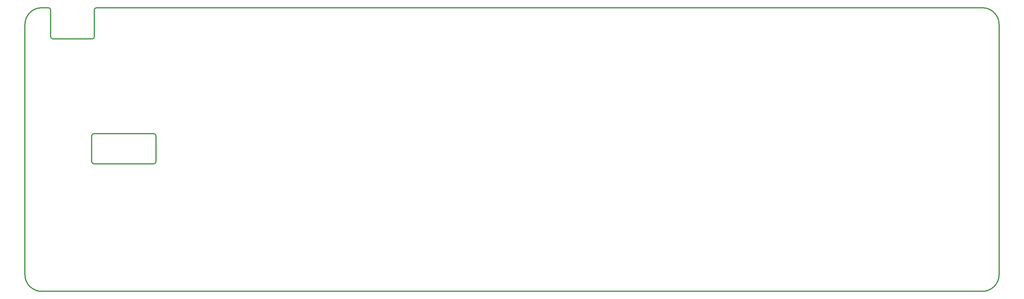
<source format=gm1>
G04 #@! TF.GenerationSoftware,KiCad,Pcbnew,8.0.5*
G04 #@! TF.CreationDate,2024-09-18T07:56:29+09:00*
G04 #@! TF.ProjectId,SandyLP_Plate_Bottom,53616e64-794c-4505-9f50-6c6174655f42,v.0*
G04 #@! TF.SameCoordinates,Original*
G04 #@! TF.FileFunction,Profile,NP*
%FSLAX46Y46*%
G04 Gerber Fmt 4.6, Leading zero omitted, Abs format (unit mm)*
G04 Created by KiCad (PCBNEW 8.0.5) date 2024-09-18 07:56:29*
%MOMM*%
%LPD*%
G01*
G04 APERTURE LIST*
G04 #@! TA.AperFunction,Profile*
%ADD10C,0.300000*%
G04 #@! TD*
G04 APERTURE END LIST*
D10*
X21408435Y-109997115D02*
X21408435Y-39209615D01*
X28070199Y-34447115D02*
X26170935Y-34447115D01*
X28670199Y-42647115D02*
X28670199Y-35047115D01*
X29270199Y-43247115D02*
X40445935Y-43247115D01*
X40297407Y-78029141D02*
X40297407Y-70729141D01*
X40897407Y-78629141D02*
X57873143Y-78629141D01*
X41045935Y-42647115D02*
X41045935Y-35047115D01*
X57873143Y-70129141D02*
X40897407Y-70129141D01*
X58473143Y-78029141D02*
X58473143Y-70729141D01*
X292120935Y-34447115D02*
X41645935Y-34447115D01*
X292120935Y-114759615D02*
X26170935Y-114759615D01*
X296883435Y-109997115D02*
X296883435Y-39209615D01*
X21408435Y-39209615D02*
G75*
G02*
X26170935Y-34447115I4762500J0D01*
G01*
X26170935Y-114759615D02*
G75*
G02*
X21408435Y-109997115I0J4762500D01*
G01*
X28070199Y-34447115D02*
G75*
G02*
X28670199Y-35047115I0J-600000D01*
G01*
X29270199Y-43247115D02*
G75*
G02*
X28670199Y-42647115I0J600000D01*
G01*
X40297407Y-70729141D02*
G75*
G02*
X40897407Y-70129141I600000J0D01*
G01*
X40897407Y-78629141D02*
G75*
G02*
X40297407Y-78029141I0J600000D01*
G01*
X41045935Y-35047115D02*
G75*
G02*
X41645935Y-34447115I600000J0D01*
G01*
X41045935Y-42647115D02*
G75*
G02*
X40445935Y-43247115I-600000J0D01*
G01*
X57873143Y-70129141D02*
G75*
G02*
X58473143Y-70729141I0J-600000D01*
G01*
X58473143Y-78029141D02*
G75*
G02*
X57873143Y-78629141I-600000J0D01*
G01*
X292120935Y-34447115D02*
G75*
G02*
X296883425Y-39209615I0J-4762490D01*
G01*
X296883435Y-109997115D02*
G75*
G02*
X292120935Y-114759605I-4762500J10D01*
G01*
M02*

</source>
